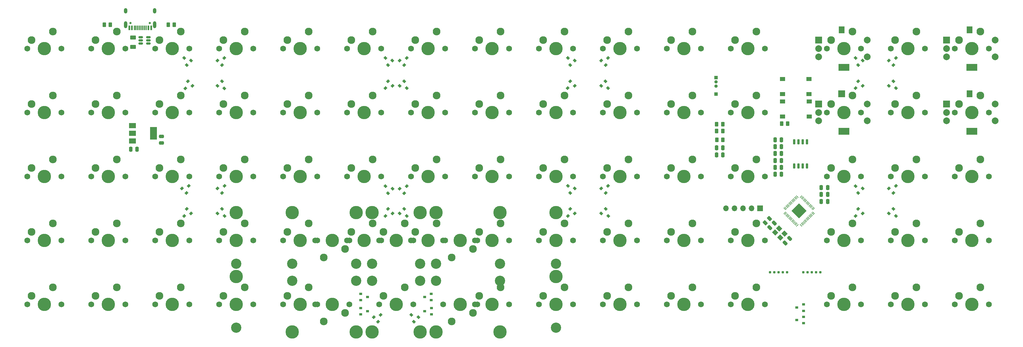
<source format=gbr>
%TF.GenerationSoftware,KiCad,Pcbnew,(6.0.7)*%
%TF.CreationDate,2022-09-06T15:34:50+02:00*%
%TF.ProjectId,rp2040,72703230-3430-42e6-9b69-6361645f7063,Rev1.0*%
%TF.SameCoordinates,Original*%
%TF.FileFunction,Soldermask,Bot*%
%TF.FilePolarity,Negative*%
%FSLAX46Y46*%
G04 Gerber Fmt 4.6, Leading zero omitted, Abs format (unit mm)*
G04 Created by KiCad (PCBNEW (6.0.7)) date 2022-09-06 15:34:50*
%MOMM*%
%LPD*%
G01*
G04 APERTURE LIST*
G04 Aperture macros list*
%AMRoundRect*
0 Rectangle with rounded corners*
0 $1 Rounding radius*
0 $2 $3 $4 $5 $6 $7 $8 $9 X,Y pos of 4 corners*
0 Add a 4 corners polygon primitive as box body*
4,1,4,$2,$3,$4,$5,$6,$7,$8,$9,$2,$3,0*
0 Add four circle primitives for the rounded corners*
1,1,$1+$1,$2,$3*
1,1,$1+$1,$4,$5*
1,1,$1+$1,$6,$7*
1,1,$1+$1,$8,$9*
0 Add four rect primitives between the rounded corners*
20,1,$1+$1,$2,$3,$4,$5,0*
20,1,$1+$1,$4,$5,$6,$7,0*
20,1,$1+$1,$6,$7,$8,$9,0*
20,1,$1+$1,$8,$9,$2,$3,0*%
%AMRotRect*
0 Rectangle, with rotation*
0 The origin of the aperture is its center*
0 $1 length*
0 $2 width*
0 $3 Rotation angle, in degrees counterclockwise*
0 Add horizontal line*
21,1,$1,$2,0,0,$3*%
G04 Aperture macros list end*
%ADD10C,3.048000*%
%ADD11C,3.987800*%
%ADD12C,1.750000*%
%ADD13C,2.300000*%
%ADD14R,3.200000X2.000000*%
%ADD15R,1.800000X2.000000*%
%ADD16R,2.000000X2.000000*%
%ADD17C,2.000000*%
%ADD18R,1.000000X1.000000*%
%ADD19O,1.000000X1.000000*%
%ADD20C,0.787400*%
%ADD21RoundRect,0.250000X0.250000X0.475000X-0.250000X0.475000X-0.250000X-0.475000X0.250000X-0.475000X0*%
%ADD22RoundRect,0.250000X-0.625000X0.375000X-0.625000X-0.375000X0.625000X-0.375000X0.625000X0.375000X0*%
%ADD23RotRect,0.900000X0.800000X225.000000*%
%ADD24R,1.700000X1.700000*%
%ADD25O,1.700000X1.700000*%
%ADD26RoundRect,0.050000X0.309359X-0.238649X-0.238649X0.309359X-0.309359X0.238649X0.238649X-0.309359X0*%
%ADD27RoundRect,0.050000X0.309359X0.238649X0.238649X0.309359X-0.309359X-0.238649X-0.238649X-0.309359X0*%
%ADD28RoundRect,0.144000X2.059095X0.000000X0.000000X2.059095X-2.059095X0.000000X0.000000X-2.059095X0*%
%ADD29RotRect,0.900000X0.800000X45.000000*%
%ADD30RotRect,0.900000X0.800000X135.000000*%
%ADD31RoundRect,0.250000X-0.159099X0.512652X-0.512652X0.159099X0.159099X-0.512652X0.512652X-0.159099X0*%
%ADD32C,0.650000*%
%ADD33R,0.600000X1.450000*%
%ADD34R,0.300000X1.450000*%
%ADD35O,1.000000X2.100000*%
%ADD36O,1.000000X1.600000*%
%ADD37RoundRect,0.250000X-0.262500X-0.450000X0.262500X-0.450000X0.262500X0.450000X-0.262500X0.450000X0*%
%ADD38R,0.900000X0.800000*%
%ADD39RoundRect,0.250000X0.262500X0.450000X-0.262500X0.450000X-0.262500X-0.450000X0.262500X-0.450000X0*%
%ADD40RotRect,0.900000X0.800000X315.000000*%
%ADD41RoundRect,0.150000X-0.150000X0.650000X-0.150000X-0.650000X0.150000X-0.650000X0.150000X0.650000X0*%
%ADD42RoundRect,0.250000X-0.250000X-0.475000X0.250000X-0.475000X0.250000X0.475000X-0.250000X0.475000X0*%
%ADD43RoundRect,0.150000X0.512500X0.150000X-0.512500X0.150000X-0.512500X-0.150000X0.512500X-0.150000X0*%
%ADD44RotRect,1.400000X1.200000X315.000000*%
%ADD45RoundRect,0.250000X-0.132583X0.503814X-0.503814X0.132583X0.132583X-0.503814X0.503814X-0.132583X0*%
%ADD46R,2.000000X1.500000*%
%ADD47R,2.000000X3.800000*%
%ADD48R,1.550000X1.300000*%
%ADD49RoundRect,0.250000X-0.475000X0.250000X-0.475000X-0.250000X0.475000X-0.250000X0.475000X0.250000X0*%
G04 APERTURE END LIST*
D10*
%TO.C,REF\u002A\u002A*%
X82530000Y-138010000D03*
D11*
X177780000Y-122770000D03*
D10*
X177780000Y-138010000D03*
D11*
X82530000Y-122770000D03*
%TD*%
D12*
%TO.C,SW_2*%
X49510000Y-54825000D03*
X39350000Y-54825000D03*
D11*
X44430000Y-54825000D03*
D13*
X40620000Y-52285000D03*
X46970000Y-49745000D03*
%TD*%
D12*
%TO.C,SW_15*%
X306685000Y-54825000D03*
X296525000Y-54825000D03*
D11*
X301605000Y-54825000D03*
D13*
X297795000Y-52285000D03*
X304145000Y-49745000D03*
%TD*%
D12*
%TO.C,SW55*%
X277475000Y-92925000D03*
X287635000Y-92925000D03*
D11*
X282555000Y-92925000D03*
D13*
X278745000Y-90385000D03*
X285095000Y-87845000D03*
%TD*%
D12*
%TO.C,SW17*%
X87610000Y-131025000D03*
X77450000Y-131025000D03*
D11*
X82530000Y-131025000D03*
D13*
X78720000Y-128485000D03*
X85070000Y-125945000D03*
%TD*%
D12*
%TO.C,SW59*%
X306685000Y-92925000D03*
X296525000Y-92925000D03*
D11*
X301605000Y-92925000D03*
D13*
X297795000Y-90385000D03*
X304145000Y-87845000D03*
%TD*%
D14*
%TO.C,SWrot_1_1*%
X301605000Y-79475000D03*
D15*
X301005000Y-68275000D03*
D16*
X294105000Y-71375000D03*
D17*
X294105000Y-76375000D03*
X294105000Y-73875000D03*
X308605000Y-76375000D03*
X308605000Y-71375000D03*
%TD*%
D12*
%TO.C,SW_1*%
X30460000Y-54825000D03*
D11*
X25380000Y-54825000D03*
D12*
X20300000Y-54825000D03*
D13*
X21570000Y-52285000D03*
X27920000Y-49745000D03*
%TD*%
D12*
%TO.C,SW_5*%
X106660000Y-54825000D03*
X96500000Y-54825000D03*
D11*
X101580000Y-54825000D03*
D13*
X97770000Y-52285000D03*
X104120000Y-49745000D03*
%TD*%
D11*
%TO.C,SW8*%
X44430000Y-131025000D03*
D12*
X39350000Y-131025000D03*
X49510000Y-131025000D03*
D13*
X40620000Y-128485000D03*
X46970000Y-125945000D03*
%TD*%
D12*
%TO.C,SW_4*%
X77450000Y-54825000D03*
X87610000Y-54825000D03*
D11*
X82530000Y-54825000D03*
D13*
X78720000Y-52285000D03*
X85070000Y-49745000D03*
%TD*%
D12*
%TO.C,SW52*%
X258425000Y-111975000D03*
D11*
X263505000Y-111975000D03*
D12*
X268585000Y-111975000D03*
D13*
X259695000Y-109435000D03*
X266045000Y-106895000D03*
%TD*%
D12*
%TO.C,SW_10*%
X191750000Y-54825000D03*
D11*
X196830000Y-54825000D03*
D12*
X201910000Y-54825000D03*
D13*
X193020000Y-52285000D03*
X199370000Y-49745000D03*
%TD*%
D11*
%TO.C,REF\u002A\u002A*%
X123011250Y-103720000D03*
X99198750Y-103720000D03*
D10*
X123011250Y-118960000D03*
X99198750Y-118960000D03*
%TD*%
D18*
%TO.C,J4*%
X225420000Y-68360000D03*
%TD*%
D12*
%TO.C,SW19*%
X106660000Y-92925000D03*
X96500000Y-92925000D03*
D11*
X101580000Y-92925000D03*
D13*
X97770000Y-90385000D03*
X104120000Y-87845000D03*
%TD*%
D11*
%TO.C,REF\u002A\u002A*%
X161111250Y-139280000D03*
X137298750Y-139280000D03*
D10*
X161111250Y-124040000D03*
X137298750Y-124040000D03*
%TD*%
D12*
%TO.C,SW54*%
X287635000Y-73875000D03*
X277475000Y-73875000D03*
D11*
X282555000Y-73875000D03*
D13*
X278745000Y-71335000D03*
X285095000Y-68795000D03*
%TD*%
D11*
%TO.C,SW27*%
X139680000Y-92925000D03*
D12*
X134600000Y-92925000D03*
X144760000Y-92925000D03*
D13*
X135870000Y-90385000D03*
X142220000Y-87845000D03*
%TD*%
D12*
%TO.C,SW18*%
X106660000Y-73875000D03*
D11*
X101580000Y-73875000D03*
D12*
X96500000Y-73875000D03*
D13*
X97770000Y-71335000D03*
X104120000Y-68795000D03*
%TD*%
D11*
%TO.C,SW61*%
X301605000Y-131025000D03*
D12*
X306685000Y-131025000D03*
X296525000Y-131025000D03*
D13*
X297795000Y-128485000D03*
X304145000Y-125945000D03*
%TD*%
D12*
%TO.C,SW29*%
X135235000Y-131025000D03*
D11*
X130155000Y-131025000D03*
D12*
X125075000Y-131025000D03*
D13*
X126345000Y-128485000D03*
X132695000Y-125945000D03*
%TD*%
D11*
%TO.C,SW53*%
X263505000Y-131025000D03*
D12*
X268585000Y-131025000D03*
X258425000Y-131025000D03*
D13*
X259695000Y-128485000D03*
X266045000Y-125945000D03*
%TD*%
D12*
%TO.C,SW49*%
X229850000Y-131025000D03*
X240010000Y-131025000D03*
D11*
X234930000Y-131025000D03*
D13*
X231120000Y-128485000D03*
X237470000Y-125945000D03*
%TD*%
D12*
%TO.C,SW43*%
X220960000Y-92925000D03*
D11*
X215880000Y-92925000D03*
D12*
X210800000Y-92925000D03*
D13*
X212070000Y-90385000D03*
X218420000Y-87845000D03*
%TD*%
D11*
%TO.C,SW40*%
X196830000Y-111975000D03*
D12*
X191750000Y-111975000D03*
X201910000Y-111975000D03*
D13*
X193020000Y-109435000D03*
X199370000Y-106895000D03*
%TD*%
D12*
%TO.C,SW26*%
X134600000Y-73875000D03*
X144760000Y-73875000D03*
D11*
X139680000Y-73875000D03*
D13*
X135870000Y-71335000D03*
X142220000Y-68795000D03*
%TD*%
D12*
%TO.C,SW29_3*%
X154285000Y-111975000D03*
D11*
X149205000Y-111975000D03*
D12*
X144125000Y-111975000D03*
D13*
X153015000Y-114515000D03*
X146665000Y-117055000D03*
%TD*%
D11*
%TO.C,SW_8*%
X158730000Y-54825000D03*
D12*
X163810000Y-54825000D03*
X153650000Y-54825000D03*
D13*
X154920000Y-52285000D03*
X161270000Y-49745000D03*
%TD*%
D12*
%TO.C,SW56*%
X287635000Y-111975000D03*
X277475000Y-111975000D03*
D11*
X282555000Y-111975000D03*
D13*
X278745000Y-109435000D03*
X285095000Y-106895000D03*
%TD*%
D12*
%TO.C,SW14*%
X87610000Y-73875000D03*
D11*
X82530000Y-73875000D03*
D12*
X77450000Y-73875000D03*
D13*
X78720000Y-71335000D03*
X85070000Y-68795000D03*
%TD*%
D12*
%TO.C,SW33*%
X163810000Y-131025000D03*
X153650000Y-131025000D03*
D11*
X158730000Y-131025000D03*
D13*
X154920000Y-128485000D03*
X161270000Y-125945000D03*
%TD*%
D11*
%TO.C,SW_6*%
X120630000Y-54825000D03*
D12*
X125710000Y-54825000D03*
X115550000Y-54825000D03*
D13*
X116820000Y-52285000D03*
X123170000Y-49745000D03*
%TD*%
D12*
%TO.C,SW60*%
X296525000Y-111975000D03*
D11*
X301605000Y-111975000D03*
D12*
X306685000Y-111975000D03*
D13*
X297795000Y-109435000D03*
X304145000Y-106895000D03*
%TD*%
D11*
%TO.C,SW34*%
X177780000Y-73875000D03*
D12*
X172700000Y-73875000D03*
X182860000Y-73875000D03*
D13*
X173970000Y-71335000D03*
X180320000Y-68795000D03*
%TD*%
D11*
%TO.C,SW29_2*%
X130155000Y-111975000D03*
D12*
X135235000Y-111975000D03*
X125075000Y-111975000D03*
D13*
X126345000Y-109435000D03*
X132695000Y-106895000D03*
%TD*%
D12*
%TO.C,SW_9*%
X182860000Y-54825000D03*
D11*
X177780000Y-54825000D03*
D12*
X172700000Y-54825000D03*
D13*
X173970000Y-52285000D03*
X180320000Y-49745000D03*
%TD*%
D11*
%TO.C,SW47*%
X234930000Y-92925000D03*
D12*
X229850000Y-92925000D03*
X240010000Y-92925000D03*
D13*
X231120000Y-90385000D03*
X237470000Y-87845000D03*
%TD*%
D12*
%TO.C,SW51*%
X268585000Y-92925000D03*
X258425000Y-92925000D03*
D11*
X263505000Y-92925000D03*
D13*
X259695000Y-90385000D03*
X266045000Y-87845000D03*
%TD*%
D12*
%TO.C,SW29_1*%
X144125000Y-131025000D03*
D11*
X149205000Y-131025000D03*
D12*
X154285000Y-131025000D03*
D13*
X153015000Y-133565000D03*
X146665000Y-136105000D03*
%TD*%
D12*
%TO.C,SW1*%
X30460000Y-73875000D03*
X20300000Y-73875000D03*
D11*
X25380000Y-73875000D03*
D13*
X21570000Y-71335000D03*
X27920000Y-68795000D03*
%TD*%
D12*
%TO.C,SW22*%
X125710000Y-73875000D03*
D11*
X120630000Y-73875000D03*
D12*
X115550000Y-73875000D03*
D13*
X116820000Y-71335000D03*
X123170000Y-68795000D03*
%TD*%
D11*
%TO.C,SW36*%
X177780000Y-111975000D03*
D12*
X172700000Y-111975000D03*
X182860000Y-111975000D03*
D13*
X173970000Y-109435000D03*
X180320000Y-106895000D03*
%TD*%
D11*
%TO.C,SW7*%
X44430000Y-111975000D03*
D12*
X39350000Y-111975000D03*
X49510000Y-111975000D03*
D13*
X40620000Y-109435000D03*
X46970000Y-106895000D03*
%TD*%
D11*
%TO.C,SW_13*%
X263505000Y-54825000D03*
D12*
X258425000Y-54825000D03*
X268585000Y-54825000D03*
D13*
X259695000Y-52285000D03*
X266045000Y-49745000D03*
%TD*%
D12*
%TO.C,SW45*%
X210800000Y-131025000D03*
X220960000Y-131025000D03*
D11*
X215880000Y-131025000D03*
D13*
X212070000Y-128485000D03*
X218420000Y-125945000D03*
%TD*%
D12*
%TO.C,SW23*%
X115550000Y-92925000D03*
D11*
X120630000Y-92925000D03*
D12*
X125710000Y-92925000D03*
D13*
X116820000Y-90385000D03*
X123170000Y-87845000D03*
%TD*%
D10*
%TO.C,REF\u002A\u002A*%
X118248750Y-118960000D03*
D11*
X118248750Y-103720000D03*
X142061250Y-103720000D03*
D10*
X142061250Y-118960000D03*
%TD*%
D12*
%TO.C,SW35*%
X172700000Y-92925000D03*
D11*
X177780000Y-92925000D03*
D12*
X182860000Y-92925000D03*
D13*
X173970000Y-90385000D03*
X180320000Y-87845000D03*
%TD*%
D11*
%TO.C,SW24*%
X120630000Y-111975000D03*
D12*
X115550000Y-111975000D03*
X125710000Y-111975000D03*
D13*
X116820000Y-109435000D03*
X123170000Y-106895000D03*
%TD*%
D12*
%TO.C,SW46*%
X229850000Y-73875000D03*
X240010000Y-73875000D03*
D11*
X234930000Y-73875000D03*
D13*
X231120000Y-71335000D03*
X237470000Y-68795000D03*
%TD*%
D12*
%TO.C,SW30*%
X153650000Y-73875000D03*
D11*
X158730000Y-73875000D03*
D12*
X163810000Y-73875000D03*
D13*
X154920000Y-71335000D03*
X161270000Y-68795000D03*
%TD*%
D11*
%TO.C,SW6*%
X44430000Y-92925000D03*
D12*
X39350000Y-92925000D03*
X49510000Y-92925000D03*
D13*
X40620000Y-90385000D03*
X46970000Y-87845000D03*
%TD*%
D12*
%TO.C,SW12*%
X58400000Y-131025000D03*
X68560000Y-131025000D03*
D11*
X63480000Y-131025000D03*
D13*
X59670000Y-128485000D03*
X66020000Y-125945000D03*
%TD*%
D12*
%TO.C,SW_12*%
X229850000Y-54825000D03*
D11*
X234930000Y-54825000D03*
D12*
X240010000Y-54825000D03*
D13*
X231120000Y-52285000D03*
X237470000Y-49745000D03*
%TD*%
D12*
%TO.C,SW9*%
X58400000Y-73875000D03*
X68560000Y-73875000D03*
D11*
X63480000Y-73875000D03*
D13*
X59670000Y-71335000D03*
X66020000Y-68795000D03*
%TD*%
D12*
%TO.C,SW31*%
X153650000Y-92925000D03*
X163810000Y-92925000D03*
D11*
X158730000Y-92925000D03*
D13*
X154920000Y-90385000D03*
X161270000Y-87845000D03*
%TD*%
D12*
%TO.C,SW_7*%
X134600000Y-54825000D03*
D11*
X139680000Y-54825000D03*
D12*
X144760000Y-54825000D03*
D13*
X135870000Y-52285000D03*
X142220000Y-49745000D03*
%TD*%
D18*
%TO.C,J2*%
X225410000Y-63500000D03*
D19*
X225410000Y-64770000D03*
X225410000Y-66040000D03*
%TD*%
D10*
%TO.C,REF\u002A\u002A*%
X137298750Y-118960000D03*
D11*
X137298750Y-103720000D03*
X161111250Y-103720000D03*
D10*
X161111250Y-118960000D03*
%TD*%
D12*
%TO.C,SW15*%
X77450000Y-92925000D03*
D11*
X82530000Y-92925000D03*
D12*
X87610000Y-92925000D03*
D13*
X78720000Y-90385000D03*
X85070000Y-87845000D03*
%TD*%
D12*
%TO.C,SW25*%
X116185000Y-131025000D03*
X106025000Y-131025000D03*
D11*
X111105000Y-131025000D03*
D13*
X114915000Y-133565000D03*
X108565000Y-136105000D03*
%TD*%
D11*
%TO.C,SW4*%
X25380000Y-131025000D03*
D12*
X30460000Y-131025000D03*
X20300000Y-131025000D03*
D13*
X21570000Y-128485000D03*
X27920000Y-125945000D03*
%TD*%
D11*
%TO.C,REF\u002A\u002A*%
X177780000Y-103720000D03*
D10*
X177780000Y-118960000D03*
X82530000Y-118960000D03*
D11*
X82530000Y-103720000D03*
%TD*%
%TO.C,SW28*%
X139680000Y-111975000D03*
D12*
X144760000Y-111975000D03*
X134600000Y-111975000D03*
D13*
X135870000Y-109435000D03*
X142220000Y-106895000D03*
%TD*%
D11*
%TO.C,SW5*%
X44430000Y-73875000D03*
D12*
X49510000Y-73875000D03*
X39350000Y-73875000D03*
D13*
X40620000Y-71335000D03*
X46970000Y-68795000D03*
%TD*%
D12*
%TO.C,SW37*%
X182860000Y-131025000D03*
X172700000Y-131025000D03*
D11*
X177780000Y-131025000D03*
D13*
X173970000Y-128485000D03*
X180320000Y-125945000D03*
%TD*%
D12*
%TO.C,SW42*%
X210800000Y-73875000D03*
X220960000Y-73875000D03*
D11*
X215880000Y-73875000D03*
D13*
X212070000Y-71335000D03*
X218420000Y-68795000D03*
%TD*%
D12*
%TO.C,SW11*%
X68560000Y-111975000D03*
D11*
X63480000Y-111975000D03*
D12*
X58400000Y-111975000D03*
D13*
X59670000Y-109435000D03*
X66020000Y-106895000D03*
%TD*%
D12*
%TO.C,SW58*%
X306685000Y-73875000D03*
X296525000Y-73875000D03*
D11*
X301605000Y-73875000D03*
D13*
X297795000Y-71335000D03*
X304145000Y-68795000D03*
%TD*%
D11*
%TO.C,SW3*%
X25380000Y-111975000D03*
D12*
X20300000Y-111975000D03*
X30460000Y-111975000D03*
D13*
X21570000Y-109435000D03*
X27920000Y-106895000D03*
%TD*%
D11*
%TO.C,SW39*%
X196830000Y-92925000D03*
D12*
X201910000Y-92925000D03*
X191750000Y-92925000D03*
D13*
X193020000Y-90385000D03*
X199370000Y-87845000D03*
%TD*%
D20*
%TO.C,REF\u002A\u002A*%
X255210000Y-121476000D03*
X253940000Y-121476000D03*
X252670000Y-121476000D03*
X251400000Y-121476000D03*
X256480000Y-121476000D03*
%TD*%
D11*
%TO.C,SW_3*%
X63480000Y-54825000D03*
D12*
X58400000Y-54825000D03*
X68560000Y-54825000D03*
D13*
X59670000Y-52285000D03*
X66020000Y-49745000D03*
%TD*%
D11*
%TO.C,SW21*%
X101580000Y-131025000D03*
D12*
X96500000Y-131025000D03*
X106660000Y-131025000D03*
D13*
X97770000Y-128485000D03*
X104120000Y-125945000D03*
%TD*%
D15*
%TO.C,SWrot_2_2*%
X262905000Y-49225000D03*
D14*
X263505000Y-60425000D03*
D16*
X256005000Y-52325000D03*
D17*
X256005000Y-57325000D03*
X256005000Y-54825000D03*
X270505000Y-57325000D03*
X270505000Y-52325000D03*
%TD*%
D12*
%TO.C,SW_14*%
X287635000Y-54825000D03*
X277475000Y-54825000D03*
D11*
X282555000Y-54825000D03*
D13*
X278745000Y-52285000D03*
X285095000Y-49745000D03*
%TD*%
D12*
%TO.C,SW38*%
X191750000Y-73875000D03*
D11*
X196830000Y-73875000D03*
D12*
X201910000Y-73875000D03*
D13*
X193020000Y-71335000D03*
X199370000Y-68795000D03*
%TD*%
D15*
%TO.C,SWrot_1*%
X301005000Y-49225000D03*
D14*
X301605000Y-60425000D03*
D16*
X294105000Y-52325000D03*
D17*
X294105000Y-57325000D03*
X294105000Y-54825000D03*
X308605000Y-57325000D03*
X308605000Y-52325000D03*
%TD*%
D11*
%TO.C,SW25_1*%
X111105000Y-111975000D03*
D12*
X116185000Y-111975000D03*
X106025000Y-111975000D03*
D13*
X114915000Y-114515000D03*
X108565000Y-117055000D03*
%TD*%
D11*
%TO.C,SW20*%
X101580000Y-111975000D03*
D12*
X96500000Y-111975000D03*
X106660000Y-111975000D03*
D13*
X97770000Y-109435000D03*
X104120000Y-106895000D03*
%TD*%
D12*
%TO.C,SW10*%
X58400000Y-92925000D03*
X68560000Y-92925000D03*
D11*
X63480000Y-92925000D03*
D13*
X59670000Y-90385000D03*
X66020000Y-87845000D03*
%TD*%
D11*
%TO.C,SW16*%
X82530000Y-111975000D03*
D12*
X87610000Y-111975000D03*
X77450000Y-111975000D03*
D13*
X78720000Y-109435000D03*
X85070000Y-106895000D03*
%TD*%
D12*
%TO.C,SW2*%
X30460000Y-92925000D03*
D11*
X25380000Y-92925000D03*
D12*
X20300000Y-92925000D03*
D13*
X21570000Y-90385000D03*
X27920000Y-87845000D03*
%TD*%
D12*
%TO.C,SW50*%
X268585000Y-73875000D03*
D11*
X263505000Y-73875000D03*
D12*
X258425000Y-73875000D03*
D13*
X259695000Y-71335000D03*
X266045000Y-68795000D03*
%TD*%
D11*
%TO.C,SW44*%
X215880000Y-111975000D03*
D12*
X220960000Y-111975000D03*
X210800000Y-111975000D03*
D13*
X212070000Y-109435000D03*
X218420000Y-106895000D03*
%TD*%
D11*
%TO.C,SW_11*%
X215880000Y-54825000D03*
D12*
X210800000Y-54825000D03*
X220960000Y-54825000D03*
D13*
X212070000Y-52285000D03*
X218420000Y-49745000D03*
%TD*%
D20*
%TO.C,REF\u002A\u002A*%
X241570000Y-121450000D03*
X245380000Y-121450000D03*
X246650000Y-121450000D03*
X242840000Y-121450000D03*
X244110000Y-121450000D03*
%TD*%
D11*
%TO.C,SW41*%
X196830000Y-131025000D03*
D12*
X201910000Y-131025000D03*
X191750000Y-131025000D03*
D13*
X193020000Y-128485000D03*
X199370000Y-125945000D03*
%TD*%
D10*
%TO.C,REF\u002A\u002A*%
X118248750Y-124040000D03*
D11*
X118248750Y-139280000D03*
X142061250Y-139280000D03*
D10*
X142061250Y-124040000D03*
%TD*%
D14*
%TO.C,SWrot_2*%
X263505000Y-79475000D03*
D16*
X262905000Y-68275000D03*
X256005000Y-71375000D03*
D17*
X256005000Y-76375000D03*
X256005000Y-73875000D03*
X270505000Y-76375000D03*
X270505000Y-71375000D03*
%TD*%
D10*
%TO.C,REF\u002A\u002A*%
X99198750Y-124040000D03*
D11*
X123011250Y-139280000D03*
D10*
X123011250Y-124040000D03*
D11*
X99198750Y-139280000D03*
%TD*%
D12*
%TO.C,SW32*%
X163810000Y-111975000D03*
D11*
X158730000Y-111975000D03*
D12*
X153650000Y-111975000D03*
D13*
X154920000Y-109435000D03*
X161270000Y-106895000D03*
%TD*%
D12*
%TO.C,SW48*%
X229850000Y-111975000D03*
D11*
X234930000Y-111975000D03*
D12*
X240010000Y-111975000D03*
D13*
X231120000Y-109435000D03*
X237470000Y-106895000D03*
%TD*%
D12*
%TO.C,SW57*%
X287635000Y-131025000D03*
X277475000Y-131025000D03*
D11*
X282555000Y-131025000D03*
D13*
X278745000Y-128485000D03*
X285095000Y-125945000D03*
%TD*%
D21*
%TO.C,C9*%
X244940000Y-90210000D03*
X243040000Y-90210000D03*
%TD*%
D22*
%TO.C,F0*%
X51760000Y-51540000D03*
X51760000Y-54340000D03*
%TD*%
D23*
%TO.C,D12*%
X127715355Y-64551142D03*
X129058858Y-65894645D03*
X126972893Y-66637107D03*
%TD*%
%TO.C,D9*%
X67755355Y-102621142D03*
X69098858Y-103964645D03*
X67012893Y-104707107D03*
%TD*%
D24*
%TO.C,J1*%
X238600000Y-102425000D03*
D25*
X236060000Y-102425000D03*
X233520000Y-102425000D03*
X230980000Y-102425000D03*
X228440000Y-102425000D03*
%TD*%
D26*
%TO.C,U3*%
X254479157Y-103782202D03*
X254196314Y-104065045D03*
X253913472Y-104347887D03*
X253630629Y-104630730D03*
X253347786Y-104913573D03*
X253064944Y-105196415D03*
X252782101Y-105479258D03*
X252499258Y-105762101D03*
X252216415Y-106044944D03*
X251933573Y-106327786D03*
X251650730Y-106610629D03*
X251367887Y-106893472D03*
X251085045Y-107176314D03*
X250802202Y-107459157D03*
D27*
X249617798Y-107459157D03*
X249334955Y-107176314D03*
X249052113Y-106893472D03*
X248769270Y-106610629D03*
X248486427Y-106327786D03*
X248203585Y-106044944D03*
X247920742Y-105762101D03*
X247637899Y-105479258D03*
X247355056Y-105196415D03*
X247072214Y-104913573D03*
X246789371Y-104630730D03*
X246506528Y-104347887D03*
X246223686Y-104065045D03*
X245940843Y-103782202D03*
D26*
X245940843Y-102597798D03*
X246223686Y-102314955D03*
X246506528Y-102032113D03*
X246789371Y-101749270D03*
X247072214Y-101466427D03*
X247355056Y-101183585D03*
X247637899Y-100900742D03*
X247920742Y-100617899D03*
X248203585Y-100335056D03*
X248486427Y-100052214D03*
X248769270Y-99769371D03*
X249052113Y-99486528D03*
X249334955Y-99203686D03*
X249617798Y-98920843D03*
D27*
X250802202Y-98920843D03*
X251085045Y-99203686D03*
X251367887Y-99486528D03*
X251650730Y-99769371D03*
X251933573Y-100052214D03*
X252216415Y-100335056D03*
X252499258Y-100617899D03*
X252782101Y-100900742D03*
X253064944Y-101183585D03*
X253347786Y-101466427D03*
X253630629Y-101749270D03*
X253913472Y-102032113D03*
X254196314Y-102314955D03*
X254479157Y-102597798D03*
D28*
X250210000Y-103190000D03*
%TD*%
D29*
%TO.C,D36*%
X278284645Y-59738858D03*
X276941142Y-58395355D03*
X279027107Y-57652893D03*
%TD*%
%TO.C,D16*%
X132584645Y-59728858D03*
X131241142Y-58385355D03*
X133327107Y-57642893D03*
%TD*%
D21*
%TO.C,C5*%
X227490000Y-86460000D03*
X225590000Y-86460000D03*
%TD*%
%TO.C,C15*%
X227510000Y-84370000D03*
X225610000Y-84370000D03*
%TD*%
D23*
%TO.C,D7*%
X68135355Y-64596142D03*
X69478858Y-65939645D03*
X67392893Y-66682107D03*
%TD*%
D30*
%TO.C,D33*%
X269128858Y-96525355D03*
X267785355Y-97868858D03*
X267042893Y-95782893D03*
%TD*%
D31*
%TO.C,C2*%
X247361751Y-111398249D03*
X246018249Y-112741751D03*
%TD*%
D23*
%TO.C,D22*%
X182015355Y-64551142D03*
X183358858Y-65894645D03*
X181272893Y-66637107D03*
%TD*%
D29*
%TO.C,D1*%
X78264645Y-59753858D03*
X76921142Y-58410355D03*
X79007107Y-57667893D03*
%TD*%
D31*
%TO.C,C3*%
X242831751Y-106858249D03*
X241488249Y-108201751D03*
%TD*%
D32*
%TO.C,J0*%
X56820000Y-47230000D03*
X51040000Y-47230000D03*
D33*
X50680000Y-48675000D03*
X51480000Y-48675000D03*
D34*
X52680000Y-48675000D03*
X53680000Y-48675000D03*
X54180000Y-48675000D03*
X55180000Y-48675000D03*
D33*
X56380000Y-48675000D03*
X57180000Y-48675000D03*
X57180000Y-48675000D03*
X56380000Y-48675000D03*
D34*
X55680000Y-48675000D03*
X54680000Y-48675000D03*
X53180000Y-48675000D03*
X52180000Y-48675000D03*
D33*
X51480000Y-48675000D03*
X50680000Y-48675000D03*
D35*
X58250000Y-47760000D03*
D36*
X58250000Y-43580000D03*
X49610000Y-43580000D03*
D35*
X49610000Y-47760000D03*
%TD*%
D37*
%TO.C,R4*%
X225627500Y-79410000D03*
X227452500Y-79410000D03*
%TD*%
D21*
%TO.C,C10*%
X244940000Y-92270000D03*
X243040000Y-92270000D03*
%TD*%
D38*
%TO.C,D35*%
X251500000Y-131050000D03*
X251500000Y-132950000D03*
X249500000Y-132000000D03*
%TD*%
%TO.C,D15*%
X119625000Y-129775000D03*
X119625000Y-127875000D03*
X121625000Y-128825000D03*
%TD*%
D21*
%TO.C,C8*%
X258700000Y-100350000D03*
X256800000Y-100350000D03*
%TD*%
D37*
%TO.C,R3*%
X225627500Y-77390000D03*
X227452500Y-77390000D03*
%TD*%
D39*
%TO.C,R8*%
X227482500Y-82040000D03*
X225657500Y-82040000D03*
%TD*%
D40*
%TO.C,D27*%
X191201142Y-65894645D03*
X192544645Y-64551142D03*
X193287107Y-66637107D03*
%TD*%
D29*
%TO.C,D28*%
X192564645Y-97858858D03*
X191221142Y-96515355D03*
X193307107Y-95772893D03*
%TD*%
%TO.C,D26*%
X192564645Y-59748858D03*
X191221142Y-58405355D03*
X193307107Y-57662893D03*
%TD*%
D41*
%TO.C,U2*%
X248705000Y-82600000D03*
X249975000Y-82600000D03*
X251245000Y-82600000D03*
X252515000Y-82600000D03*
X252515000Y-89800000D03*
X251245000Y-89800000D03*
X249975000Y-89800000D03*
X248705000Y-89800000D03*
%TD*%
D30*
%TO.C,D13*%
X129058858Y-96555355D03*
X127715355Y-97898858D03*
X126972893Y-95812893D03*
%TD*%
D29*
%TO.C,D18*%
X132584645Y-97898858D03*
X131241142Y-96555355D03*
X133327107Y-95812893D03*
%TD*%
D40*
%TO.C,D19*%
X131241142Y-103924645D03*
X132584645Y-102581142D03*
X133327107Y-104667107D03*
%TD*%
D37*
%TO.C,R6*%
X62267500Y-47750000D03*
X64092500Y-47750000D03*
%TD*%
D40*
%TO.C,D17*%
X131241142Y-65894645D03*
X132584645Y-64551142D03*
X133327107Y-66637107D03*
%TD*%
%TO.C,D29*%
X191241142Y-103924645D03*
X192584645Y-102581142D03*
X193327107Y-104667107D03*
%TD*%
D42*
%TO.C,C1*%
X51080000Y-84850000D03*
X52980000Y-84850000D03*
%TD*%
D43*
%TO.C,U44*%
X56377500Y-51450000D03*
X56377500Y-52400000D03*
X56377500Y-53350000D03*
X54102500Y-53350000D03*
X54102500Y-52400000D03*
X54102500Y-51450000D03*
%TD*%
D39*
%TO.C,R7*%
X45042500Y-47750000D03*
X43217500Y-47750000D03*
%TD*%
D38*
%TO.C,D20*%
X140650000Y-127875000D03*
X140650000Y-129775000D03*
X138650000Y-128825000D03*
%TD*%
D21*
%TO.C,C6*%
X258690000Y-96230000D03*
X256790000Y-96230000D03*
%TD*%
D29*
%TO.C,D5*%
X124814645Y-136228858D03*
X123471142Y-134885355D03*
X125557107Y-134142893D03*
%TD*%
D44*
%TO.C,Y0*%
X244253223Y-108421142D03*
X245808858Y-109976777D03*
X244606777Y-111178858D03*
X243051142Y-109623223D03*
%TD*%
D40*
%TO.C,D2*%
X76921142Y-65939645D03*
X78264645Y-64596142D03*
X79007107Y-66682107D03*
%TD*%
D45*
%TO.C,R5*%
X241355235Y-105444765D03*
X240064765Y-106735235D03*
%TD*%
D46*
%TO.C,U1*%
X51590000Y-82380000D03*
D47*
X57890000Y-80080000D03*
D46*
X51590000Y-80080000D03*
X51590000Y-77780000D03*
%TD*%
D48*
%TO.C,BOOT*%
X245225000Y-70580000D03*
X253175000Y-70580000D03*
X245225000Y-75080000D03*
X253175000Y-75080000D03*
%TD*%
D49*
%TO.C,C4*%
X60230000Y-81030000D03*
X60230000Y-82930000D03*
%TD*%
D40*
%TO.C,D4*%
X76931142Y-103954645D03*
X78274645Y-102611142D03*
X79017107Y-104697107D03*
%TD*%
%TO.C,D37*%
X276931142Y-65894645D03*
X278274645Y-64551142D03*
X279017107Y-66637107D03*
%TD*%
D23*
%TO.C,D24*%
X182035355Y-102581142D03*
X183378858Y-103924645D03*
X181292893Y-104667107D03*
%TD*%
D21*
%TO.C,C7*%
X258690000Y-98290000D03*
X256790000Y-98290000D03*
%TD*%
%TO.C,C14*%
X244960000Y-82030000D03*
X243060000Y-82030000D03*
%TD*%
D30*
%TO.C,D21*%
X183378858Y-58385355D03*
X182035355Y-59728858D03*
X181292893Y-57642893D03*
%TD*%
D21*
%TO.C,C12*%
X244940000Y-86110000D03*
X243040000Y-86110000D03*
%TD*%
D29*
%TO.C,D3*%
X78274645Y-97808858D03*
X76931142Y-96465355D03*
X79017107Y-95722893D03*
%TD*%
D30*
%TO.C,D6*%
X69103858Y-58385355D03*
X67760355Y-59728858D03*
X67017893Y-57642893D03*
%TD*%
D38*
%TO.C,D10*%
X119625000Y-134025000D03*
X119625000Y-132125000D03*
X121625000Y-133075000D03*
%TD*%
D29*
%TO.C,D8*%
X67684645Y-97808858D03*
X66341142Y-96465355D03*
X68427107Y-95722893D03*
%TD*%
D38*
%TO.C,D25*%
X140675000Y-132125000D03*
X140675000Y-134025000D03*
X138675000Y-133075000D03*
%TD*%
D21*
%TO.C,C13*%
X244940000Y-84080000D03*
X243040000Y-84080000D03*
%TD*%
D30*
%TO.C,D30*%
X136803858Y-134885355D03*
X135460355Y-136228858D03*
X134717893Y-134142893D03*
%TD*%
D23*
%TO.C,D34*%
X267765355Y-102581142D03*
X269108858Y-103924645D03*
X267022893Y-104667107D03*
%TD*%
D30*
%TO.C,D31*%
X269118858Y-58395355D03*
X267775355Y-59738858D03*
X267032893Y-57652893D03*
%TD*%
%TO.C,D11*%
X129048858Y-58385355D03*
X127705355Y-59728858D03*
X126962893Y-57642893D03*
%TD*%
D23*
%TO.C,D14*%
X127715355Y-102581142D03*
X129058858Y-103924645D03*
X126972893Y-104667107D03*
%TD*%
D30*
%TO.C,D23*%
X183378858Y-96515355D03*
X182035355Y-97858858D03*
X181292893Y-95772893D03*
%TD*%
D29*
%TO.C,D38*%
X278274645Y-97848858D03*
X276931142Y-96505355D03*
X279017107Y-95762893D03*
%TD*%
D38*
%TO.C,D40*%
X251500000Y-134750000D03*
X251500000Y-136650000D03*
X249500000Y-135700000D03*
%TD*%
D21*
%TO.C,C11*%
X244940000Y-88160000D03*
X243040000Y-88160000D03*
%TD*%
D23*
%TO.C,D32*%
X267785355Y-64551142D03*
X269128858Y-65894645D03*
X267042893Y-66637107D03*
%TD*%
D39*
%TO.C,R1*%
X246792500Y-77170000D03*
X244967500Y-77170000D03*
%TD*%
D40*
%TO.C,D39*%
X276941142Y-103924645D03*
X278284645Y-102581142D03*
X279027107Y-104667107D03*
%TD*%
D48*
%TO.C,RESET*%
X245215000Y-68365000D03*
X253165000Y-68365000D03*
X253165000Y-63865000D03*
X245215000Y-63865000D03*
%TD*%
M02*

</source>
